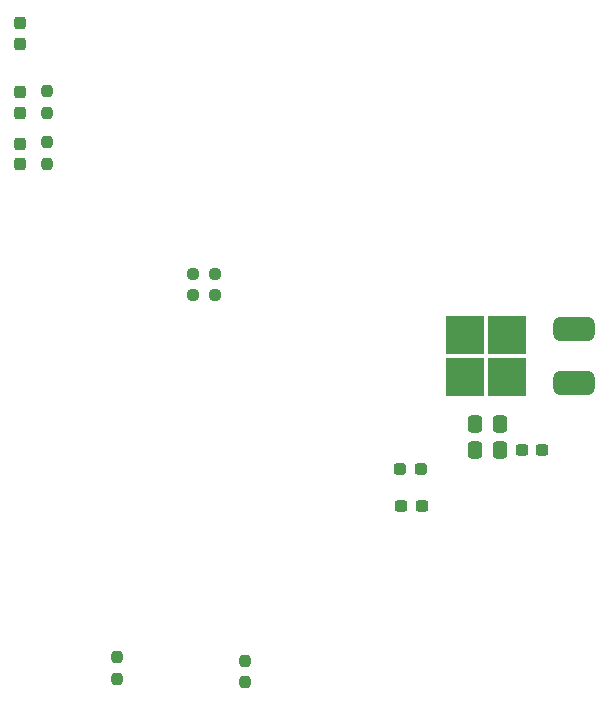
<source format=gbr>
%TF.GenerationSoftware,KiCad,Pcbnew,9.0.0-9.0.0-2~ubuntu24.04.1*%
%TF.CreationDate,2025-03-08T17:31:24+00:00*%
%TF.ProjectId,g5500-net-interface,67353530-302d-46e6-9574-2d696e746572,rev?*%
%TF.SameCoordinates,Original*%
%TF.FileFunction,Paste,Top*%
%TF.FilePolarity,Positive*%
%FSLAX46Y46*%
G04 Gerber Fmt 4.6, Leading zero omitted, Abs format (unit mm)*
G04 Created by KiCad (PCBNEW 9.0.0-9.0.0-2~ubuntu24.04.1) date 2025-03-08 17:31:24*
%MOMM*%
%LPD*%
G01*
G04 APERTURE LIST*
G04 Aperture macros list*
%AMRoundRect*
0 Rectangle with rounded corners*
0 $1 Rounding radius*
0 $2 $3 $4 $5 $6 $7 $8 $9 X,Y pos of 4 corners*
0 Add a 4 corners polygon primitive as box body*
4,1,4,$2,$3,$4,$5,$6,$7,$8,$9,$2,$3,0*
0 Add four circle primitives for the rounded corners*
1,1,$1+$1,$2,$3*
1,1,$1+$1,$4,$5*
1,1,$1+$1,$6,$7*
1,1,$1+$1,$8,$9*
0 Add four rect primitives between the rounded corners*
20,1,$1+$1,$2,$3,$4,$5,0*
20,1,$1+$1,$4,$5,$6,$7,0*
20,1,$1+$1,$6,$7,$8,$9,0*
20,1,$1+$1,$8,$9,$2,$3,0*%
G04 Aperture macros list end*
%ADD10RoundRect,0.237500X-0.237500X0.250000X-0.237500X-0.250000X0.237500X-0.250000X0.237500X0.250000X0*%
%ADD11RoundRect,0.237500X-0.250000X-0.237500X0.250000X-0.237500X0.250000X0.237500X-0.250000X0.237500X0*%
%ADD12RoundRect,0.237500X0.237500X-0.250000X0.237500X0.250000X-0.237500X0.250000X-0.237500X-0.250000X0*%
%ADD13RoundRect,0.237500X0.287500X0.237500X-0.287500X0.237500X-0.287500X-0.237500X0.287500X-0.237500X0*%
%ADD14RoundRect,0.250000X1.400000X-1.400000X1.400000X1.400000X-1.400000X1.400000X-1.400000X-1.400000X0*%
%ADD15RoundRect,0.500000X1.250000X0.500000X-1.250000X0.500000X-1.250000X-0.500000X1.250000X-0.500000X0*%
%ADD16RoundRect,0.237500X0.237500X-0.300000X0.237500X0.300000X-0.237500X0.300000X-0.237500X-0.300000X0*%
%ADD17RoundRect,0.237500X-0.237500X0.300000X-0.237500X-0.300000X0.237500X-0.300000X0.237500X0.300000X0*%
%ADD18RoundRect,0.250000X-0.337500X-0.475000X0.337500X-0.475000X0.337500X0.475000X-0.337500X0.475000X0*%
%ADD19RoundRect,0.237500X0.300000X0.237500X-0.300000X0.237500X-0.300000X-0.237500X0.300000X-0.237500X0*%
%ADD20RoundRect,0.237500X-0.300000X-0.237500X0.300000X-0.237500X0.300000X0.237500X-0.300000X0.237500X0*%
G04 APERTURE END LIST*
D10*
%TO.C,R6*%
X85775000Y-112100000D03*
X85775000Y-110275000D03*
%TD*%
%TO.C,R1*%
X74875000Y-109975000D03*
X74875000Y-111800000D03*
%TD*%
%TO.C,R5*%
X69000000Y-62050000D03*
X69000000Y-63875000D03*
%TD*%
D11*
%TO.C,R4*%
X81375000Y-77500000D03*
X83200000Y-77500000D03*
%TD*%
D12*
%TO.C,R3*%
X69000000Y-68200000D03*
X69000000Y-66375000D03*
%TD*%
D11*
%TO.C,R2*%
X83200000Y-79300000D03*
X81375000Y-79300000D03*
%TD*%
D13*
%TO.C,FB1*%
X100600000Y-94000000D03*
X98850000Y-94000000D03*
%TD*%
D14*
%TO.C,D1*%
X107950000Y-86270000D03*
X107950000Y-82670000D03*
X104400000Y-86270000D03*
X104400000Y-82670000D03*
D15*
X113575000Y-86770000D03*
X113575000Y-82190000D03*
%TD*%
D16*
%TO.C,C8*%
X66700000Y-63875000D03*
X66700000Y-62150000D03*
%TD*%
D17*
%TO.C,C7*%
X66700000Y-66475000D03*
X66700000Y-68200000D03*
%TD*%
D18*
%TO.C,C5*%
X105225000Y-92400000D03*
X107300000Y-92400000D03*
%TD*%
%TO.C,C4*%
X105225000Y-90200000D03*
X107300000Y-90200000D03*
%TD*%
D19*
%TO.C,C3*%
X110900000Y-92400000D03*
X109175000Y-92400000D03*
%TD*%
D20*
%TO.C,C2*%
X98975000Y-97200000D03*
X100700000Y-97200000D03*
%TD*%
D17*
%TO.C,C1*%
X66700000Y-56300000D03*
X66700000Y-58025000D03*
%TD*%
M02*

</source>
